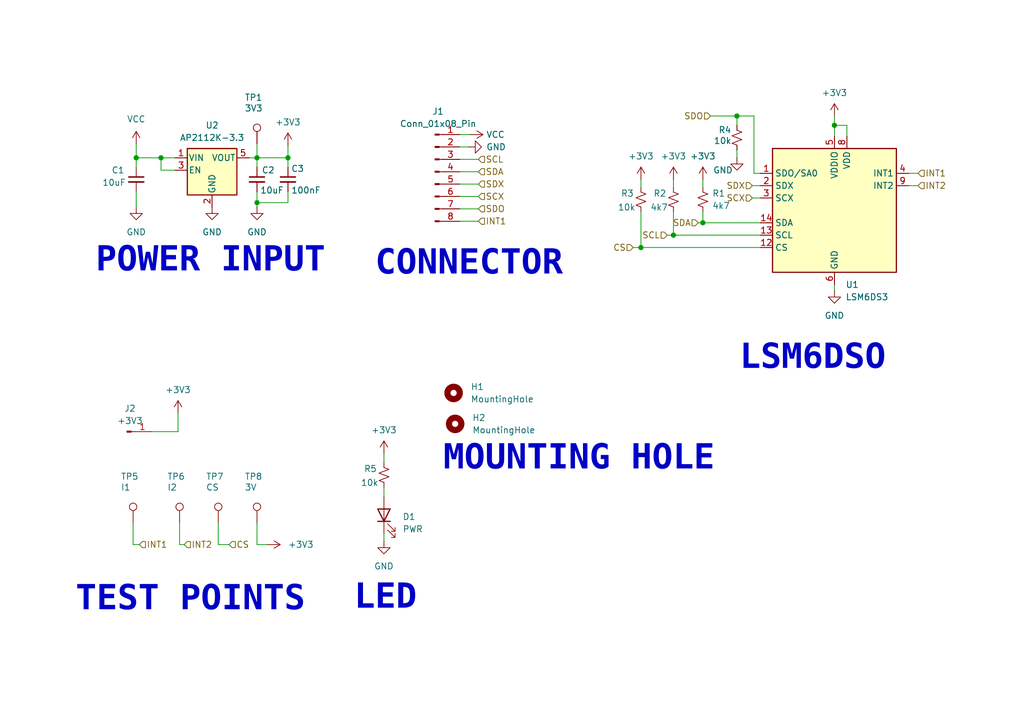
<source format=kicad_sch>
(kicad_sch (version 20250114) (generator "eeschema") (generator_version "9.0")
  (paper "A5")
  (title_block (title "LSM6DSO Breakout") (date "2025-04-10") (rev "1") (company "Useful Splendour"))
  (lib_symbols
    (symbol "Connector:Conn_01x01_Pin" (pin_names (offset 1.016) (hide yes))
      (property "Reference" "J" (at 0 2.54 0))
      (property "Value" "Conn_01x01_Pin" (at 0 -2.54 0))
      (symbol "Conn_01x01_Pin_1_1"
        (rectangle (start 0.8636 0.127) (end 0 -0.127) (stroke (width 0.1524)) (fill (type outline)))
        (polyline (pts (xy 1.27 0) (xy 0.8636 0)) (stroke (width 0.1524)))
        (pin passive line (at 5.08 0 180) (length 3.81) (name "Pin_1") (number "1"))
      )
    )
    (symbol "Connector:Conn_01x08_Pin" (pin_names (offset 1.016) (hide yes))
      (property "Reference" "J" (at 0 10.16 0))
      (property "Value" "Conn_01x08_Pin" (at 0 -12.7 0))
      (symbol "Conn_01x08_Pin_1_1"
        (rectangle (start 0.8636 7.747) (end 0 7.493) (stroke (width 0.1524)) (fill (type outline)))
        (rectangle (start 0.8636 5.207) (end 0 4.953) (stroke (width 0.1524)) (fill (type outline)))
        (rectangle (start 0.8636 2.667) (end 0 2.413) (stroke (width 0.1524)) (fill (type outline)))
        (rectangle (start 0.8636 0.127) (end 0 -0.127) (stroke (width 0.1524)) (fill (type outline)))
        (rectangle (start 0.8636 -2.413) (end 0 -2.667) (stroke (width 0.1524)) (fill (type outline)))
        (rectangle (start 0.8636 -4.953) (end 0 -5.207) (stroke (width 0.1524)) (fill (type outline)))
        (rectangle (start 0.8636 -7.493) (end 0 -7.747) (stroke (width 0.1524)) (fill (type outline)))
        (rectangle (start 0.8636 -10.033) (end 0 -10.287) (stroke (width 0.1524)) (fill (type outline)))
        (polyline (pts (xy 1.27 7.62) (xy 0.8636 7.62)) (stroke (width 0.1524)))
        (polyline (pts (xy 1.27 5.08) (xy 0.8636 5.08)) (stroke (width 0.1524)))
        (polyline (pts (xy 1.27 2.54) (xy 0.8636 2.54)) (stroke (width 0.1524)))
        (polyline (pts (xy 1.27 0) (xy 0.8636 0)) (stroke (width 0.1524)))
        (polyline (pts (xy 1.27 -2.54) (xy 0.8636 -2.54)) (stroke (width 0.1524)))
        (polyline (pts (xy 1.27 -5.08) (xy 0.8636 -5.08)) (stroke (width 0.1524)))
        (polyline (pts (xy 1.27 -7.62) (xy 0.8636 -7.62)) (stroke (width 0.1524)))
        (polyline (pts (xy 1.27 -10.16) (xy 0.8636 -10.16)) (stroke (width 0.1524)))
        (pin passive line (at 5.08 7.62 180) (length 3.81) (name "Pin_1") (number "1"))
        (pin passive line (at 5.08 5.08 180) (length 3.81) (name "Pin_2") (number "2"))
        (pin passive line (at 5.08 2.54 180) (length 3.81) (name "Pin_3") (number "3"))
        (pin passive line (at 5.08 0 180) (length 3.81) (name "Pin_4") (number "4"))
        (pin passive line (at 5.08 -2.54 180) (length 3.81) (name "Pin_5") (number "5"))
        (pin passive line (at 5.08 -5.08 180) (length 3.81) (name "Pin_6") (number "6"))
        (pin passive line (at 5.08 -7.62 180) (length 3.81) (name "Pin_7") (number "7"))
        (pin passive line (at 5.08 -10.16 180) (length 3.81) (name "Pin_8") (number "8"))
      )
    )
    (symbol "Connector:TestPoint" (pin_numbers (hide yes)) (pin_names (offset 0.762) (hide yes))
      (property "Reference" "TP" (at 0 6.858 0))
      (property "Value" "TestPoint" (at 0 5.08 0))
      (symbol "TestPoint_0_1"
        (circle (center 0 3.302) (radius 0.762))
      )
      (symbol "TestPoint_1_1"
        (pin passive line (at 0 0 90) (length 2.54) (name "1") (number "1"))
      )
    )
    (symbol "Device:C_Small" (pin_numbers (hide yes)) (pin_names (offset 0.254) (hide yes))
      (property "Reference" "C" (at 0.254 1.778 0))
      (property "Value" "C_Small" (at 0.254 -2.032 0))
      (symbol "C_Small_0_1"
        (polyline (pts (xy -1.524 0.508) (xy 1.524 0.508)) (stroke (width 0.3048)))
        (polyline (pts (xy -1.524 -0.508) (xy 1.524 -0.508)) (stroke (width 0.3302)))
      )
      (symbol "C_Small_1_1"
        (pin passive line (at 0 2.54 270) (length 2.032) (name "~") (number "1"))
        (pin passive line (at 0 -2.54 90) (length 2.032) (name "~") (number "2"))
      )
    )
    (symbol "Device:LED" (pin_numbers (hide yes)) (pin_names (offset 1.016) (hide yes))
      (property "Reference" "D" (at 0 2.54 0))
      (property "Value" "LED" (at 0 -2.54 0))
      (symbol "LED_0_1"
        (polyline (pts (xy -3.048 -0.762) (xy -4.572 -2.286) (xy -3.81 -2.286) (xy -4.572 -2.286) (xy -4.572 -1.524)))
        (polyline (pts (xy -1.778 -0.762) (xy -3.302 -2.286) (xy -2.54 -2.286) (xy -3.302 -2.286) (xy -3.302 -1.524)))
        (polyline (pts (xy -1.27 0) (xy 1.27 0)))
        (polyline (pts (xy -1.27 -1.27) (xy -1.27 1.27)) (stroke (width 0.254)))
        (polyline (pts (xy 1.27 -1.27) (xy 1.27 1.27) (xy -1.27 0) (xy 1.27 -1.27)) (stroke (width 0.254)))
      )
      (symbol "LED_1_1"
        (pin passive line (at -3.81 0 0) (length 2.54) (name "K") (number "1"))
        (pin passive line (at 3.81 0 180) (length 2.54) (name "A") (number "2"))
      )
    )
    (symbol "Device:R_Small_US" (pin_numbers (hide yes)) (pin_names (offset 0.254) (hide yes))
      (property "Reference" "R" (at 0.762 0.508 0))
      (property "Value" "R_Small_US" (at 0.762 -1.016 0))
      (symbol "R_Small_US_1_1"
        (polyline (pts (xy 0 1.524) (xy 1.016 1.143) (xy 0 0.762) (xy -1.016 0.381) (xy 0 0)))
        (polyline (pts (xy 0 0) (xy 1.016 -0.381) (xy 0 -0.762) (xy -1.016 -1.143) (xy 0 -1.524)))
        (pin passive line (at 0 2.54 270) (length 1.016) (name "~") (number "1"))
        (pin passive line (at 0 -2.54 90) (length 1.016) (name "~") (number "2"))
      )
    )
    (symbol "Mechanical:MountingHole" (pin_names (offset 1.016)) (exclude_from_sim yes) (in_bom no)
      (property "Reference" "H" (at 0 5.08 0))
      (property "Value" "MountingHole" (at 0 3.175 0))
      (symbol "MountingHole_0_1"
        (circle (center 0 0) (radius 1.27) (stroke (width 1.27)))
      )
    )
    (symbol "Regulator_Linear:AP2112K-3.3" (pin_names (offset 0.254))
      (property "Reference" "U" (at -5.08 5.715 0))
      (property "Value" "AP2112K-3.3" (at 0 5.715 0))
      (symbol "AP2112K-3.3_0_1"
        (rectangle (start -5.08 4.445) (end 5.08 -5.08) (stroke (width 0.254)) (fill (type background)))
      )
      (symbol "AP2112K-3.3_1_1"
        (pin power_in line (at -7.62 2.54 0) (length 2.54) (name "VIN") (number "1"))
        (pin input line (at -7.62 0 0) (length 2.54) (name "EN") (number "3"))
        (pin power_in line (at 0 -7.62 90) (length 2.54) (name "GND") (number "2"))
        (pin no_connect line (at 5.08 0 180) (length 2.54) (hide yes) (name "NC") (number "4"))
        (pin power_out line (at 7.62 2.54 180) (length 2.54) (name "VOUT") (number "5"))
      )
    )
    (symbol "Sensor_Motion:LSM6DS3"
      (property "Reference" "U" (at -11.43 15.24 0))
      (property "Value" "LSM6DS3" (at -11.43 12.7 0))
      (symbol "LSM6DS3_0_1"
        (rectangle (start -12.7 12.7) (end 12.7 -12.7) (stroke (width 0.254)) (fill (type background)))
      )
      (symbol "LSM6DS3_1_1"
        (pin bidirectional line (at -15.24 7.62 0) (length 2.54) (name "SDO/SA0") (number "1"))
        (pin bidirectional line (at -15.24 5.08 0) (length 2.54) (name "SDX") (number "2"))
        (pin input line (at -15.24 2.54 0) (length 2.54) (name "SCX") (number "3"))
        (pin bidirectional line (at -15.24 -2.54 0) (length 2.54) (name "SDA") (number "14"))
        (pin input line (at -15.24 -5.08 0) (length 2.54) (name "SCL") (number "13"))
        (pin input line (at -15.24 -7.62 0) (length 2.54) (name "CS") (number "12"))
        (pin power_in line (at 0 15.24 270) (length 2.54) (name "VDDIO") (number "5"))
        (pin power_in line (at 0 -15.24 90) (length 2.54) (name "GND") (number "6"))
        (pin passive line (at 0 -15.24 90) (length 2.54) (hide yes) (name "GND") (number "7"))
        (pin power_in line (at 2.54 15.24 270) (length 2.54) (name "VDD") (number "8"))
        (pin no_connect line (at 12.7 -2.54 180) (length 3.81) (hide yes) (name "NC") (number "11"))
        (pin no_connect line (at 12.7 -5.08 180) (length 3.81) (hide yes) (name "NC") (number "10"))
        (pin output line (at 15.24 7.62 180) (length 2.54) (name "INT1") (number "4"))
        (pin output line (at 15.24 5.08 180) (length 2.54) (name "INT2") (number "9"))
      )
    )
    (symbol "power:+3V3" (power) (pin_numbers (hide yes)) (pin_names (offset 0) (hide yes))
      (property "Value" "+3V3" (at 0 3.556 0))
      (symbol "+3V3_0_1"
        (polyline (pts (xy -0.762 1.27) (xy 0 2.54)))
        (polyline (pts (xy 0 2.54) (xy 0.762 1.27)))
        (polyline (pts (xy 0 0) (xy 0 2.54)))
      )
      (symbol "+3V3_1_1"
        (pin power_in line (at 0 0 90) (length 0) (name "~") (number "1"))
      )
    )
    (symbol "power:GND" (power) (pin_numbers (hide yes)) (pin_names (offset 0) (hide yes))
      (property "Value" "GND" (at 0 -3.81 0))
      (symbol "GND_0_1"
        (polyline (pts (xy 0 0) (xy 0 -1.27) (xy 1.27 -1.27) (xy 0 -2.54) (xy -1.27 -1.27) (xy 0 -1.27)))
      )
      (symbol "GND_1_1"
        (pin power_in line (at 0 0 270) (length 0) (name "~") (number "1"))
      )
    )
    (symbol "power:VCC" (power) (pin_numbers (hide yes)) (pin_names (offset 0) (hide yes))
      (property "Value" "VCC" (at 0 3.556 0))
      (symbol "VCC_0_1"
        (polyline (pts (xy -0.762 1.27) (xy 0 2.54)))
        (polyline (pts (xy 0 2.54) (xy 0.762 1.27)))
        (polyline (pts (xy 0 0) (xy 0 2.54)))
      )
      (symbol "VCC_1_1"
        (pin power_in line (at 0 0 90) (length 0) (name "~") (number "1"))
      )
    )
  )
  (text "CONNECTOR" (at 96.2025 55.5625 0) (effects (font (size 5.08 5.08) (bold yes))))
  (text "LED" (at 79.0575 124.1425 0) (effects (font (size 5.08 5.08) (bold yes))))
  (text "TEST POINTS" (at 39.0525 124.46 0) (effects (font (size 5.08 5.08) (bold yes))))
  (text "LSM6DSO" (at 166.6875 74.93 0) (effects (font (size 5.08 5.08) (bold yes))))
  (text "POWER INPUT" (at 43.18 54.9275 0) (effects (font (size 5.08 5.08) (bold yes))))
  (text "MOUNTING HOLE" (at 118.745 95.5675 0) (effects (font (size 5.08 5.08) (bold yes))))
  (junction (at 131.445 50.8))
  (junction (at 52.705 32.385))
  (junction (at 33.02 32.385))
  (junction (at 138.1125 48.26))
  (junction (at 52.705 41.5925))
  (junction (at 144.145 45.72))
  (junction (at 151.13 23.8125))
  (junction (at 171.1325 25.7175))
  (junction (at 27.94 32.385))
  (junction (at 59.055 32.385))
  (wire (pts (xy 171.1325 59.69) (xy 171.1325 58.42)))
  (wire (pts (xy 98.1075 37.7825) (xy 94.2975 37.7825)))
  (wire (pts (xy 173.6725 25.7175) (xy 173.6725 27.94)))
  (wire (pts (xy 52.705 29.5275) (xy 52.705 32.0675)))
  (wire (pts (xy 31.115 88.5825) (xy 36.5125 88.5825)))
  (wire (pts (xy 151.13 32.385) (xy 151.13 30.7975)))
  (wire (pts (xy 138.1125 36.83) (xy 138.1125 38.4175)))
  (wire (pts (xy 52.705 107.315) (xy 52.705 111.76)))
  (wire (pts (xy 98.1075 42.8625) (xy 94.2975 42.8625)))
  (wire (pts (xy 138.1125 48.26) (xy 155.8925 48.26)))
  (wire (pts (xy 131.445 50.8) (xy 155.8925 50.8)))
  (wire (pts (xy 27.305 111.76) (xy 28.575 111.76)))
  (wire (pts (xy 129.8575 50.8) (xy 131.445 50.8)))
  (wire (pts (xy 33.02 32.385) (xy 27.94 32.385)))
  (wire (pts (xy 52.705 42.545) (xy 52.705 41.5925)))
  (wire (pts (xy 44.7675 107.315) (xy 44.7675 111.76)))
  (wire (pts (xy 98.1075 35.2425) (xy 94.2975 35.2425)))
  (wire (pts (xy 154.6225 23.8125) (xy 154.6225 35.56)))
  (wire (pts (xy 144.145 36.83) (xy 144.145 38.4175)))
  (wire (pts (xy 144.145 45.72) (xy 155.8925 45.72)))
  (wire (pts (xy 52.705 41.5925) (xy 59.055 41.5925)))
  (wire (pts (xy 78.74 101.9175) (xy 78.74 100.0125)))
  (wire (pts (xy 27.305 107.315) (xy 27.305 111.76)))
  (wire (pts (xy 154.6225 35.56) (xy 155.8925 35.56)))
  (wire (pts (xy 44.7675 111.76) (xy 46.99 111.76)))
  (wire (pts (xy 154.305 38.1) (xy 155.8925 38.1)))
  (wire (pts (xy 151.13 23.8125) (xy 154.6225 23.8125)))
  (wire (pts (xy 171.1325 25.7175) (xy 173.6725 25.7175)))
  (wire (pts (xy 131.445 43.4975) (xy 131.445 50.8)))
  (wire (pts (xy 188.2775 35.56) (xy 186.3725 35.56)))
  (wire (pts (xy 98.1075 40.3225) (xy 94.2975 40.3225)))
  (wire (pts (xy 33.02 34.925) (xy 33.02 32.385)))
  (wire (pts (xy 78.74 93.0275) (xy 78.74 94.9325)))
  (wire (pts (xy 78.74 111.125) (xy 78.74 109.5375)))
  (wire (pts (xy 36.5125 88.5825) (xy 36.5125 84.7725)))
  (wire (pts (xy 171.1325 25.7175) (xy 171.1325 27.94)))
  (wire (pts (xy 98.1075 45.4025) (xy 94.2975 45.4025)))
  (wire (pts (xy 51.1175 32.385) (xy 52.705 32.385)))
  (wire (pts (xy 27.94 42.545) (xy 27.94 39.37)))
  (wire (pts (xy 33.02 32.385) (xy 35.8775 32.385)))
  (wire (pts (xy 145.7325 23.8125) (xy 151.13 23.8125)))
  (wire (pts (xy 59.055 32.385) (xy 59.055 34.29)))
  (wire (pts (xy 154.305 40.64) (xy 155.8925 40.64)))
  (wire (pts (xy 52.705 32.385) (xy 59.055 32.385)))
  (wire (pts (xy 52.705 41.5925) (xy 52.705 39.37)))
  (wire (pts (xy 52.705 32.385) (xy 52.705 34.29)))
  (wire (pts (xy 36.83 111.76) (xy 37.7825 111.76)))
  (wire (pts (xy 52.705 111.76) (xy 54.9275 111.76)))
  (wire (pts (xy 143.1925 45.72) (xy 144.145 45.72)))
  (wire (pts (xy 151.13 23.8125) (xy 151.13 25.7175)))
  (wire (pts (xy 27.94 29.5275) (xy 27.94 32.385)))
  (wire (pts (xy 131.445 36.83) (xy 131.445 38.4175)))
  (wire (pts (xy 27.94 32.385) (xy 27.94 34.29)))
  (wire (pts (xy 96.2025 30.1625) (xy 94.2975 30.1625)))
  (wire (pts (xy 36.83 107.315) (xy 36.83 111.76)))
  (wire (pts (xy 136.8425 48.26) (xy 138.1125 48.26)))
  (wire (pts (xy 98.1075 32.7025) (xy 94.2975 32.7025)))
  (wire (pts (xy 35.8775 34.925) (xy 33.02 34.925)))
  (wire (pts (xy 59.055 41.5925) (xy 59.055 39.37)))
  (wire (pts (xy 188.2775 38.1) (xy 186.3725 38.1)))
  (wire (pts (xy 138.1125 43.4975) (xy 138.1125 48.26)))
  (wire (pts (xy 96.52 27.6225) (xy 94.2975 27.6225)))
  (wire (pts (xy 59.055 29.845) (xy 59.055 32.385)))
  (wire (pts (xy 144.145 43.4975) (xy 144.145 45.72)))
  (wire (pts (xy 171.1325 23.8125) (xy 171.1325 25.7175)))
  (hierarchical_label "INT1" (shape input) (at 98.1075 45.4025 0))
  (hierarchical_label "SDX" (shape input) (at 154.305 38.1 180))
  (hierarchical_label "SCX" (shape input) (at 98.1075 40.3225 0))
  (hierarchical_label "SDA" (shape input) (at 98.1075 35.2425 0))
  (hierarchical_label "SDO" (shape input) (at 145.7325 23.8125 180))
  (hierarchical_label "CS" (shape input) (at 129.8575 50.8 180))
  (hierarchical_label "SDO" (shape input) (at 98.1075 42.8625 0))
  (hierarchical_label "INT2" (shape input) (at 188.2775 38.1 0))
  (hierarchical_label "SDA" (shape input) (at 143.1925 45.72 180))
  (hierarchical_label "SCL" (shape input) (at 98.1075 32.7025 0))
  (hierarchical_label "INT1" (shape input) (at 28.575 111.76 0))
  (hierarchical_label "CS" (shape input) (at 46.99 111.76 0))
  (hierarchical_label "SDX" (shape input) (at 98.1075 37.7825 0))
  (hierarchical_label "SCX" (shape input) (at 154.305 40.64 180))
  (hierarchical_label "SCL" (shape input) (at 136.8425 48.26 180))
  (hierarchical_label "INT2" (shape input) (at 37.7825 111.76 0))
  (hierarchical_label "INT1" (shape input) (at 188.2775 35.56 0))
  (symbol (lib_id "Connector:Conn_01x08_Pin") (at 89.2175 35.2425 0) (unit 1)
    (property "Reference" "J1" (at 89.8525 22.86 0))
    (property "Value" "Conn_01x08_Pin" (at 89.8525 25.4 0))
    (property "Footprint" "Connector_PinHeader_2.54mm:PinHeader_1x08_P2.54mm_Vertical" (effects (hide yes)))
    (property "Description" "Generic connector, single row, 01x08, script generated" (effects (hide yes)))
  )
  (symbol (lib_id "Device:C_Small") (at 27.94 36.83 0) (unit 1)
    (property "Reference" "C1" (at 22.86 34.925 0) (effects (justify left)))
    (property "Value" "10uF" (at 20.955 37.465 0) (effects (justify left)))
    (property "Footprint" "Capacitor_SMD:C_0805_2012Metric" (effects (hide yes)))
    (property "Description" "Unpolarized capacitor, small symbol" (effects (hide yes)))
  )
  (symbol (lib_id "power:VCC") (at 27.94 29.5275 0) (unit 1)
    (property "Reference" "#PWR03" (effects (hide yes)))
    (property "Value" "VCC" (at 27.94 24.4475 0))
    (property "Description" "Power symbol creates a global label with name \"VCC\"" (effects (hide yes)))
  )
  (symbol (lib_id "Connector:TestPoint") (at 52.705 107.315 0) (unit 1)
    (property "Reference" "TP8" (at 50.165 97.79 0) (effects (justify left)))
    (property "Value" "3V" (at 50.165 100.0125 0) (effects (justify left)))
    (property "Footprint" "TestPoint:TestPoint_Pad_D1.0mm" (effects (hide yes)))
    (property "Description" "test point" (effects (hide yes)))
  )
  (symbol (lib_id "power:GND") (at 27.94 42.545 0) (unit 1)
    (property "Reference" "#PWR05" (effects (hide yes)))
    (property "Value" "GND" (at 27.94 47.625 0))
    (property "Description" "Power symbol creates a global label with name \"GND\" , ground" (effects (hide yes)))
  )
  (symbol (lib_id "Device:C_Small") (at 59.055 36.83 0) (unit 1)
    (property "Reference" "C3" (at 59.69 34.6075 0) (effects (justify left)))
    (property "Value" "100nF" (at 59.69 39.0525 0) (effects (justify left)))
    (property "Footprint" "Capacitor_SMD:C_0603_1608Metric" (effects (hide yes)))
    (property "Description" "Unpolarized capacitor, small symbol" (effects (hide yes)))
  )
  (symbol (lib_id "power:+3V3") (at 78.74 93.0275 0) (unit 1)
    (property "Reference" "#PWR015" (effects (hide yes)))
    (property "Value" "+3V3" (at 78.74 88.265 0))
    (property "Description" "Power symbol creates a global label with name \"+3V3\"" (effects (hide yes)))
  )
  (symbol (lib_id "Connector:TestPoint") (at 44.7675 107.315 0) (unit 1)
    (property "Reference" "TP7" (at 42.2275 97.79 0) (effects (justify left)))
    (property "Value" "CS" (at 42.2275 100.0125 0) (effects (justify left)))
    (property "Footprint" "TestPoint:TestPoint_Pad_D1.0mm" (effects (hide yes)))
    (property "Description" "test point" (effects (hide yes)))
  )
  (symbol (lib_id "Connector:Conn_01x01_Pin") (at 26.035 88.5825 0) (unit 1)
    (property "Reference" "J2" (at 26.67 83.82 0))
    (property "Value" "+3V3" (at 26.67 86.36 0))
    (property "Footprint" "Connector_PinHeader_2.54mm:PinHeader_1x01_P2.54mm_Vertical" (effects (hide yes)))
    (property "Description" "Generic connector, single row, 01x01, script generated" (effects (hide yes)))
  )
  (symbol (lib_id "power:GND") (at 52.705 42.545 0) (unit 1)
    (property "Reference" "#PWR06" (effects (hide yes)))
    (property "Value" "GND" (at 52.705 47.625 0))
    (property "Description" "Power symbol creates a global label with name \"GND\" , ground" (effects (hide yes)))
  )
  (symbol (lib_id "power:GND") (at 43.4975 42.545 0) (unit 1)
    (property "Reference" "#PWR04" (effects (hide yes)))
    (property "Value" "GND" (at 43.4975 47.625 0))
    (property "Description" "Power symbol creates a global label with name \"GND\" , ground" (effects (hide yes)))
  )
  (symbol (lib_id "Device:R_Small_US") (at 131.445 40.9575 0) (unit 1)
    (property "Reference" "R3" (at 127.3175 39.6875 0) (effects (justify left)))
    (property "Value" "10k" (at 126.6825 42.545 0) (effects (justify left)))
    (property "Footprint" "Resistor_SMD:R_0603_1608Metric" (effects (hide yes)))
    (property "Description" "Resistor, small US symbol" (effects (hide yes)))
  )
  (symbol (lib_id "Connector:TestPoint") (at 27.305 107.315 0) (unit 1)
    (property "Reference" "TP5" (at 24.765 97.79 0) (effects (justify left)))
    (property "Value" "I1" (at 24.765 100.0125 0) (effects (justify left)))
    (property "Footprint" "TestPoint:TestPoint_Pad_D1.0mm" (effects (hide yes)))
    (property "Description" "test point" (effects (hide yes)))
  )
  (symbol (lib_id "Connector:TestPoint") (at 52.705 29.5275 0) (unit 1)
    (property "Reference" "TP1" (at 50.165 20.0025 0) (effects (justify left)))
    (property "Value" "3V3" (at 50.165 22.225 0) (effects (justify left)))
    (property "Footprint" "TestPoint:TestPoint_Pad_D1.0mm" (effects (hide yes)))
    (property "Description" "test point" (effects (hide yes)))
  )
  (symbol (lib_id "Device:R_Small_US") (at 144.145 40.9575 180) (unit 1)
    (property "Reference" "R1" (at 146.05 39.6874 0) (effects (justify right)))
    (property "Value" "4k7" (at 146.05 42.2274 0) (effects (justify right)))
    (property "Footprint" "Resistor_SMD:R_0603_1608Metric" (effects (hide yes)))
    (property "Description" "Resistor, small US symbol" (effects (hide yes)))
  )
  (symbol (lib_id "power:+3V3") (at 59.055 29.845 0) (unit 1)
    (property "Reference" "#PWR07" (effects (hide yes)))
    (property "Value" "+3V3" (at 59.055 25.0825 0))
    (property "Description" "Power symbol creates a global label with name \"+3V3\"" (effects (hide yes)))
  )
  (symbol (lib_id "Sensor_Motion:LSM6DS3") (at 171.1325 43.18 0) (unit 1)
    (property "Reference" "U1" (at 173.4125 58.42 0) (effects (justify left)))
    (property "Value" "LSM6DS3" (at 173.4125 60.96 0) (effects (justify left)))
    (property "Footprint" "Package_LGA:LGA-14_3x2.5mm_P0.5mm_LayoutBorder3x4y" (effects (hide yes)))
    (property "Datasheet" "https://www.st.com/resource/en/datasheet/lsm6ds3tr-c.pdf" (effects (hide yes)))
    (property "Description" "I2C/SPI, iNEMO inertial module: always-on 3D accelerometer and 3D gyroscope" (effects (hide yes)))
  )
  (symbol (lib_id "Device:LED") (at 78.74 105.7275 90) (unit 1)
    (property "Reference" "D1" (at 82.55 106.0449 90) (effects (justify right)))
    (property "Value" "PWR" (at 82.55 108.5849 90) (effects (justify right)))
    (property "Footprint" "LED_SMD:LED_0603_1608Metric" (effects (hide yes)))
    (property "Description" "Light emitting diode" (effects (hide yes)))
    (property "Sim.Pins" "1=K 2=A" (effects (hide yes)))
  )
  (symbol (lib_id "power:+3V3") (at 131.445 36.83 0) (unit 1)
    (property "Reference" "#PWR012" (effects (hide yes)))
    (property "Value" "+3V3" (at 131.445 32.0675 0))
    (property "Description" "Power symbol creates a global label with name \"+3V3\"" (effects (hide yes)))
  )
  (symbol (lib_id "power:VCC") (at 96.52 27.6225 270) (unit 1)
    (property "Reference" "#PWR08" (effects (hide yes)))
    (property "Value" "VCC" (at 99.695 27.6225 90) (effects (justify left)))
    (property "Description" "Power symbol creates a global label with name \"VCC\"" (effects (hide yes)))
  )
  (symbol (lib_id "Mechanical:MountingHole") (at 93.345 86.995 0) (unit 1) (exclude_from_sim yes) (in_bom no)
    (property "Reference" "H2" (at 96.8375 85.7249 0) (effects (justify left)))
    (property "Value" "MountingHole" (at 96.8375 88.2649 0) (effects (justify left)))
    (property "Footprint" "MountingHole:MountingHole_3.2mm_M3" (effects (hide yes)))
    (property "Description" "Mounting Hole without connection" (effects (hide yes)))
  )
  (symbol (lib_id "power:GND") (at 78.74 111.125 0) (unit 1)
    (property "Reference" "#PWR014" (effects (hide yes)))
    (property "Value" "GND" (at 78.74 116.205 0))
    (property "Description" "Power symbol creates a global label with name \"GND\" , ground" (effects (hide yes)))
  )
  (symbol (lib_id "power:+3V3") (at 54.9275 111.76 270) (unit 1)
    (property "Reference" "#PWR016" (effects (hide yes)))
    (property "Value" "+3V3" (at 59.055 111.7599 90) (effects (justify left)))
    (property "Description" "Power symbol creates a global label with name \"+3V3\"" (effects (hide yes)))
  )
  (symbol (lib_id "Mechanical:MountingHole") (at 93.0275 80.645 0) (unit 1) (exclude_from_sim yes) (in_bom no)
    (property "Reference" "H1" (at 96.52 79.3749 0) (effects (justify left)))
    (property "Value" "MountingHole" (at 96.52 81.9149 0) (effects (justify left)))
    (property "Footprint" "MountingHole:MountingHole_3.2mm_M3" (effects (hide yes)))
    (property "Description" "Mounting Hole without connection" (effects (hide yes)))
  )
  (symbol (lib_id "power:+3V3") (at 171.1325 23.8125 0) (unit 1)
    (property "Reference" "#PWR01" (effects (hide yes)))
    (property "Value" "+3V3" (at 171.1325 19.05 0))
    (property "Description" "Power symbol creates a global label with name \"+3V3\"" (effects (hide yes)))
  )
  (symbol (lib_id "Device:R_Small_US") (at 78.74 97.4725 0) (unit 1)
    (property "Reference" "R5" (at 74.6125 96.2025 0) (effects (justify left)))
    (property "Value" "10k" (at 73.9775 99.06 0) (effects (justify left)))
    (property "Footprint" "Resistor_SMD:R_0603_1608Metric" (effects (hide yes)))
    (property "Description" "Resistor, small US symbol" (effects (hide yes)))
  )
  (symbol (lib_id "power:GND") (at 171.1325 59.69 0) (unit 1)
    (property "Reference" "#PWR02" (effects (hide yes)))
    (property "Value" "GND" (at 171.1325 64.77 0))
    (property "Description" "Power symbol creates a global label with name \"GND\" , ground" (effects (hide yes)))
  )
  (symbol (lib_id "Regulator_Linear:AP2112K-3.3") (at 43.4975 34.925 0) (unit 1)
    (property "Reference" "U2" (at 43.4975 25.7175 0))
    (property "Value" "AP2112K-3.3" (at 43.4975 28.2575 0))
    (property "Footprint" "Package_TO_SOT_SMD:SOT-23-5" (effects (hide yes)))
    (property "Datasheet" "https://www.diodes.com/assets/Datasheets/AP2112.pdf" (effects (hide yes)))
    (property "Description" "600mA low dropout linear regulator, with enable pin, 3.8V-6V input voltage range, 3.3V fixed positive output, SOT-23-5" (effects (hide yes)))
  )
  (symbol (lib_id "power:GND") (at 96.2025 30.1625 90) (unit 1)
    (property "Reference" "#PWR09" (effects (hide yes)))
    (property "Value" "GND" (at 99.695 30.1624 90) (effects (justify right)))
    (property "Description" "Power symbol creates a global label with name \"GND\" , ground" (effects (hide yes)))
  )
  (symbol (lib_id "Device:R_Small_US") (at 151.13 28.2575 0) (unit 1)
    (property "Reference" "R4" (at 147.32 26.67 0) (effects (justify left)))
    (property "Value" "10k" (at 146.3675 28.8925 0) (effects (justify left)))
    (property "Footprint" "Resistor_SMD:R_0603_1608Metric" (effects (hide yes)))
    (property "Description" "Resistor, small US symbol" (effects (hide yes)))
  )
  (symbol (lib_id "power:GND") (at 151.13 32.385 0) (unit 1)
    (property "Reference" "#PWR013" (effects (hide yes)))
    (property "Value" "GND" (at 148.2725 34.925 0))
    (property "Description" "Power symbol creates a global label with name \"GND\" , ground" (effects (hide yes)))
  )
  (symbol (lib_id "Device:C_Small") (at 52.705 36.83 0) (unit 1)
    (property "Reference" "C2" (at 53.6575 34.925 0) (effects (justify left)))
    (property "Value" "10uF" (at 53.34 39.0525 0) (effects (justify left)))
    (property "Footprint" "Capacitor_SMD:C_0805_2012Metric" (effects (hide yes)))
    (property "Description" "Unpolarized capacitor, small symbol" (effects (hide yes)))
  )
  (symbol (lib_id "power:+3V3") (at 144.145 36.83 0) (unit 1)
    (property "Reference" "#PWR010" (effects (hide yes)))
    (property "Value" "+3V3" (at 144.145 32.0675 0))
    (property "Description" "Power symbol creates a global label with name \"+3V3\"" (effects (hide yes)))
  )
  (symbol (lib_id "power:+3V3") (at 36.5125 84.7725 0) (unit 1)
    (property "Reference" "#PWR017" (effects (hide yes)))
    (property "Value" "+3V3" (at 36.5125 80.01 0))
    (property "Description" "Power symbol creates a global label with name \"+3V3\"" (effects (hide yes)))
  )
  (symbol (lib_id "Device:R_Small_US") (at 138.1125 40.9575 0) (unit 1)
    (property "Reference" "R2" (at 133.985 39.6875 0) (effects (justify left)))
    (property "Value" "4k7" (at 133.35 42.545 0) (effects (justify left)))
    (property "Footprint" "Resistor_SMD:R_0603_1608Metric" (effects (hide yes)))
    (property "Description" "Resistor, small US symbol" (effects (hide yes)))
  )
  (symbol (lib_id "Connector:TestPoint") (at 36.83 107.315 0) (unit 1)
    (property "Reference" "TP6" (at 34.29 97.79 0) (effects (justify left)))
    (property "Value" "I2" (at 34.29 100.0125 0) (effects (justify left)))
    (property "Footprint" "TestPoint:TestPoint_Pad_D1.0mm" (effects (hide yes)))
    (property "Description" "test point" (effects (hide yes)))
  )
  (symbol (lib_id "power:+3V3") (at 138.1125 36.83 0) (unit 1)
    (property "Reference" "#PWR011" (effects (hide yes)))
    (property "Value" "+3V3" (at 138.1125 32.0675 0))
    (property "Description" "Power symbol creates a global label with name \"+3V3\"" (effects (hide yes)))
  )
)
</source>
